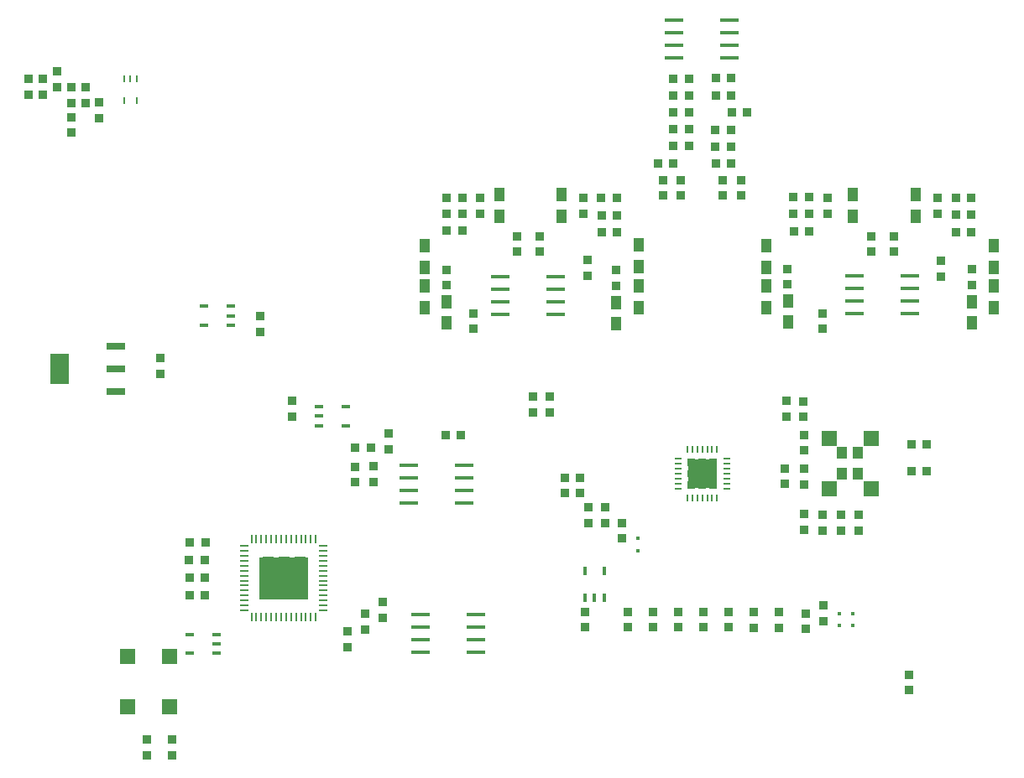
<source format=gbr>
G04 DipTrace 2.3.1.0*
%INTopPaste.gbr*%
%MOIN*%
%ADD33R,0.063X0.063*%
%ADD48O,0.0071X0.0354*%
%ADD50O,0.0354X0.0071*%
%ADD60R,0.0157X0.0354*%
%ADD71R,0.0079X0.0276*%
%ADD77R,0.0421X0.0521*%
%ADD79R,0.0433X0.0512*%
%ADD82R,0.0721X0.0301*%
%ADD84R,0.0721X0.1201*%
%ADD86R,0.1969X0.1693*%
%ADD92R,0.0354X0.0157*%
%ADD95R,0.1161X0.1161*%
%ADD97O,0.0039X0.0315*%
%ADD99O,0.0315X0.0039*%
%ADD119R,0.0721X0.0181*%
%ADD121R,0.0118X0.0118*%
%ADD123R,0.0321X0.0321*%
%FSLAX44Y44*%
G04*
G70*
G90*
G75*
G01*
%LNTopPaste*%
%LPD*%
D123*
X13437Y21372D3*
Y20752D3*
X21167Y17060D3*
Y16440D3*
X22501Y18373D3*
Y17753D3*
X21904Y16455D3*
Y17075D3*
X24769Y18313D3*
X25389D3*
X29502Y16623D3*
Y16003D3*
X30127Y16623D3*
Y16003D3*
X38004Y11269D3*
Y10649D3*
X31780Y14818D3*
Y14198D3*
X31107Y14815D3*
Y15435D3*
X17428Y22411D3*
Y23031D3*
X30440Y14815D3*
Y15435D3*
X18674Y19667D3*
Y19047D3*
X39000Y14544D3*
Y15164D3*
X39013Y18323D3*
Y17703D3*
X20882Y9882D3*
Y10502D3*
X15215Y11961D3*
X14595D3*
X15210Y13355D3*
X14590D3*
X13903Y5576D3*
Y6196D3*
X14607Y12658D3*
X15227D3*
X30305Y10669D3*
Y11289D3*
X40467Y15147D3*
Y14527D3*
D121*
X40419Y10742D3*
Y11215D3*
X32426Y13726D3*
Y14199D3*
X40944Y10736D3*
Y11208D3*
D119*
X23314Y17126D3*
Y16626D3*
Y16126D3*
Y15626D3*
X25514Y17126D3*
Y16626D3*
Y16126D3*
Y15626D3*
D123*
X41189Y15146D3*
Y14526D3*
X21811Y17813D3*
X21191D3*
X37003Y11269D3*
Y10649D3*
X43191Y8172D3*
Y8792D3*
X32000Y10672D3*
Y11292D3*
X33000Y10672D3*
Y11292D3*
X34000Y10672D3*
Y11292D3*
X39066Y11224D3*
Y10604D3*
X35000Y10672D3*
Y11292D3*
X36000Y10672D3*
Y11292D3*
X43891Y17937D3*
X43271D3*
X43891Y16863D3*
X43271D3*
X38253Y16994D3*
Y16374D3*
X39000Y16356D3*
Y16976D3*
X15230Y14054D3*
X14610D3*
X12903Y5576D3*
Y6196D3*
X21582Y11208D3*
Y10588D3*
X22262Y11681D3*
Y11061D3*
X39775Y11535D3*
Y10915D3*
X39729Y14522D3*
Y15142D3*
G36*
X35556Y16186D2*
X35261D1*
Y16481D1*
X35556D1*
Y16186D1*
G37*
G36*
X35113D2*
X34818D1*
Y16481D1*
X35113D1*
Y16186D1*
G37*
G36*
X34670D2*
X34375D1*
Y16481D1*
X34670D1*
Y16186D1*
G37*
G36*
X35556Y16629D2*
X35261D1*
Y16924D1*
X35556D1*
Y16629D1*
G37*
G36*
X35113D2*
X34818D1*
Y16924D1*
X35113D1*
Y16629D1*
G37*
G36*
X34670D2*
X34375D1*
Y16924D1*
X34670D1*
Y16629D1*
G37*
G36*
X35556Y17072D2*
X35261D1*
Y17367D1*
X35556D1*
Y17072D1*
G37*
G36*
X35113D2*
X34818D1*
Y17367D1*
X35113D1*
Y17072D1*
G37*
G36*
X34670D2*
X34375D1*
Y17367D1*
X34670D1*
Y17072D1*
G37*
D99*
X35930Y16186D3*
Y16383D3*
Y16580D3*
Y16777D3*
Y16973D3*
Y17170D3*
Y17367D3*
D97*
X35556Y17741D3*
X35359D3*
X35163D3*
X34966D3*
X34769D3*
X34572D3*
X34375D3*
D99*
X34001Y17367D3*
Y17170D3*
Y16973D3*
Y16777D3*
Y16580D3*
Y16383D3*
Y16186D3*
D97*
X34375Y15812D3*
X34572D3*
X34769D3*
X34966D3*
X35163D3*
X35359D3*
X35556D3*
D95*
X34966Y16777D3*
D60*
X30318Y11861D3*
X30692D3*
X31066D3*
Y12924D3*
X30318D3*
D92*
X16250Y22687D3*
Y23061D3*
Y23435D3*
X15187D3*
Y22687D3*
X19750Y19437D3*
Y19063D3*
Y18689D3*
X20812D3*
Y19437D3*
G36*
X17505Y11788D2*
X17948D1*
Y12182D1*
X17505D1*
Y11788D1*
G37*
G36*
Y12428D2*
X17948D1*
Y12822D1*
X17505D1*
Y12428D1*
G37*
G36*
Y13068D2*
X17948D1*
Y13462D1*
X17505D1*
Y13068D1*
G37*
G36*
X18145Y11788D2*
X18587D1*
Y12182D1*
X18145D1*
Y11788D1*
G37*
G36*
Y12428D2*
X18587D1*
Y12822D1*
X18145D1*
Y12428D1*
G37*
G36*
Y13068D2*
X18587D1*
Y13462D1*
X18145D1*
Y13068D1*
G37*
G36*
X18784Y11788D2*
X19227D1*
Y12182D1*
X18784D1*
Y11788D1*
G37*
G36*
Y12428D2*
X19227D1*
Y12822D1*
X18784D1*
Y12428D1*
G37*
G36*
Y13068D2*
X19227D1*
Y13462D1*
X18784D1*
Y13068D1*
G37*
D48*
X17062Y11062D3*
X17259D3*
X17456D3*
X17653D3*
X17849D3*
X18046D3*
X18243D3*
X18440D3*
X18637D3*
X18834D3*
X19031D3*
X19227D3*
X19424D3*
X19621D3*
D50*
X19905Y11345D3*
Y11542D3*
Y11739D3*
Y11936D3*
Y12133D3*
Y12330D3*
Y12527D3*
Y12723D3*
Y12920D3*
Y13117D3*
Y13314D3*
Y13511D3*
Y13708D3*
Y13905D3*
D48*
X19621Y14188D3*
X19424D3*
X19227D3*
X19031D3*
X18834D3*
X18637D3*
X18440D3*
X18243D3*
X18046D3*
X17849D3*
X17653D3*
X17456D3*
X17259D3*
X17062D3*
D50*
X16779Y13905D3*
Y13708D3*
Y13511D3*
Y13314D3*
Y13117D3*
Y12920D3*
Y12723D3*
Y12527D3*
Y12330D3*
Y12133D3*
Y11936D3*
Y11739D3*
Y11542D3*
Y11345D3*
D86*
X18342Y12625D3*
D119*
X23772Y11179D3*
Y10679D3*
Y10179D3*
Y9679D3*
X25972Y11179D3*
Y10679D3*
Y10179D3*
Y9679D3*
D92*
X15684Y9635D3*
Y10009D3*
Y10383D3*
X14621D3*
Y9635D3*
D84*
X9437Y20937D3*
D82*
X11687Y21837D3*
Y20937D3*
Y20037D3*
D33*
X41663Y16194D3*
X40013D3*
Y18192D3*
X41663Y18194D3*
D79*
X40518Y16779D3*
X41151D3*
Y17605D3*
X40518D3*
D33*
X13806Y9511D3*
X12157D3*
Y7511D3*
X13806D3*
D123*
X24821Y24275D3*
Y24895D3*
X31535Y24242D3*
Y24862D3*
D77*
X23936Y24994D3*
Y25844D3*
X32440Y25014D3*
Y25864D3*
D123*
X30955Y27742D3*
X31575D3*
X25437Y27754D3*
X24817D3*
D77*
X26897Y27864D3*
Y27014D3*
X29375Y27864D3*
Y27014D3*
D123*
X27627Y26218D3*
Y25598D3*
X30396Y25271D3*
Y24651D3*
X25872Y22537D3*
Y23157D3*
D119*
X29139Y23127D3*
Y23627D3*
Y24127D3*
Y24627D3*
X26939Y23127D3*
Y23627D3*
Y24127D3*
Y24627D3*
D77*
X23936Y23385D3*
Y24235D3*
X32436Y23385D3*
Y24235D3*
D123*
X24817Y27113D3*
X25437D3*
X31582Y27059D3*
X30962D3*
X26135Y27127D3*
Y27747D3*
X30250Y27127D3*
Y27747D3*
X25437Y26449D3*
X24817D3*
X30962Y26395D3*
X31582D3*
X28502Y26218D3*
Y25598D3*
X28924Y19841D3*
Y19221D3*
D77*
X31534Y22736D3*
Y23586D3*
X24814Y22766D3*
Y23616D3*
D123*
X28237Y19218D3*
Y19838D3*
X38353Y24308D3*
Y24928D3*
X45666Y24277D3*
Y24897D3*
D77*
X37501Y24993D3*
Y25843D3*
X46556Y24985D3*
Y25835D3*
D123*
X45040Y27750D3*
X45660D3*
X39213Y27789D3*
X38593D3*
D77*
X40936Y27864D3*
Y27014D3*
X43436Y27864D3*
Y27014D3*
D123*
X41685Y26216D3*
Y25596D3*
X44438Y25246D3*
Y24626D3*
X39761Y22536D3*
Y23156D3*
D119*
X43226Y23152D3*
Y23652D3*
Y24152D3*
Y24652D3*
X41026Y23152D3*
Y23652D3*
Y24152D3*
Y24652D3*
D77*
X37497Y23385D3*
Y24235D3*
X46559Y23385D3*
Y24235D3*
D123*
X38593Y27101D3*
X39213D3*
X45660Y27063D3*
X45040D3*
X39935Y27127D3*
Y27747D3*
X44310Y27127D3*
Y27747D3*
X39227Y26414D3*
X38607D3*
X45040Y26375D3*
X45660D3*
X42564Y26218D3*
Y25598D3*
X38316Y19670D3*
Y19050D3*
D77*
X45691Y22766D3*
Y23616D3*
X38378Y22796D3*
Y23646D3*
D123*
X38988Y19031D3*
Y19651D3*
X34442Y31796D3*
X33822D3*
X33817Y29800D3*
X34437D3*
X35492Y29791D3*
X36112D3*
X36117Y31826D3*
X35497D3*
D119*
X36053Y33296D3*
Y33796D3*
Y34296D3*
Y34796D3*
X33853Y33296D3*
Y33796D3*
Y34296D3*
Y34796D3*
D123*
X33821Y32483D3*
X34441D3*
X34097Y27834D3*
Y28454D3*
X34441Y31130D3*
X33821D3*
X36751Y31137D3*
X36131D3*
X33816Y29123D3*
X33196D3*
X35495D3*
X36115D3*
X33410Y27834D3*
Y28454D3*
X34441Y30464D3*
X33821D3*
X36117Y32514D3*
X35497D3*
X36509Y27834D3*
Y28454D3*
X35793Y27836D3*
Y28456D3*
X36112Y30460D3*
X35492D3*
X9896Y30331D3*
Y30951D3*
X8766Y32480D3*
Y31860D3*
X11023Y30916D3*
Y31536D3*
X8207Y31849D3*
Y32469D3*
X9900Y32138D3*
Y31518D3*
X9335Y32767D3*
Y32147D3*
X10465Y32146D3*
Y31526D3*
D71*
X12509Y32467D3*
X12253D3*
X11997D3*
Y31600D3*
X12509D3*
M02*

</source>
